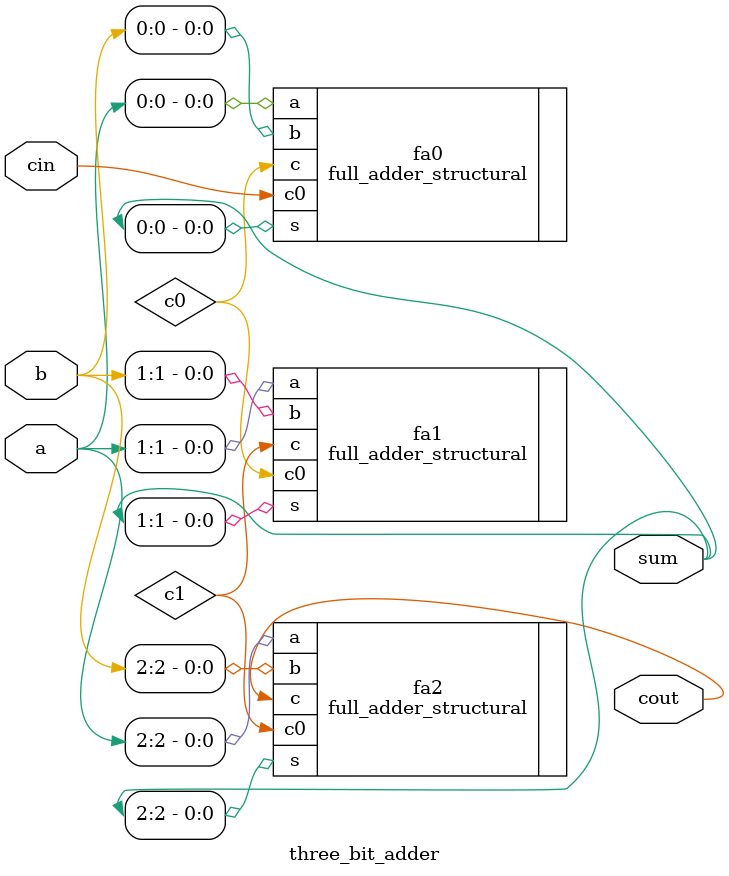
<source format=v>
`timescale 1ns / 1ps

module three_bit_adder (
    input wire [2:0] a,
    input wire [2:0] b,
    input wire cin,
    output wire [2:0] sum,
    output wire cout
);

wire c0, c1;  // Intermediate carry wires

full_adder_structural fa0 (
    .a(a[0]),
    .b(b[0]),
    .c0(cin),
    .s(sum[0]),
    .c(c0)
);

full_adder_structural fa1 (
    .a(a[1]),
    .b(b[1]),
    .c0(c0),
    .s(sum[1]),
    .c(c1)
);

full_adder_structural fa2 (
    .a(a[2]),
    .b(b[2]),
    .c0(c1),
    .s(sum[2]),
    .c(cout)
);

endmodule



</source>
